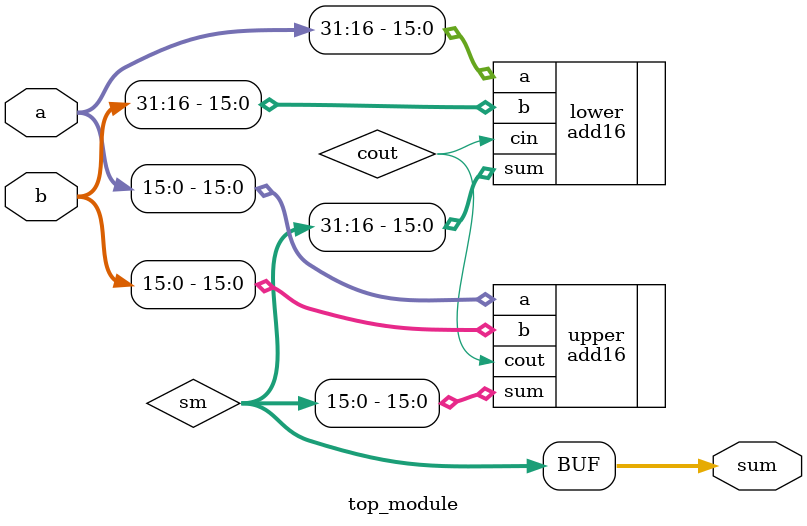
<source format=v>
module top_module(
    input [31:0] a,
    input [31:0] b,
    output [31:0] sum
);
    wire cout;
    wire [31:0] sm;
    add16 upper(.a(a[15:0]), .b(b[15:0]), .sum(sm[15:0]), .cout(cout) );
    add16 lower(.a(a[31:16]), .b(b[31:16]) , .sum(sm[31:16]), .cin(cout) );
    
    assign sum = sm;
   

endmodule

</source>
